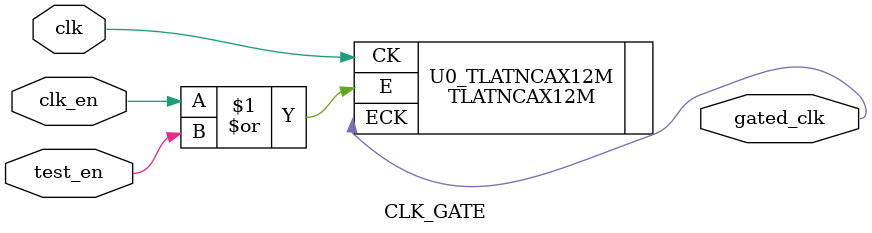
<source format=v>
module CLK_GATE (
	input  wire clk,    // Clock
	input  wire clk_en, // Clock Enable
	input  wire test_en,
	output wire gated_clk
);

/*reg latch_out;

always @(clk or clk_en) 
begin
	if(!clk) 
	begin
		latch_out <= clk_en;
	end 
end

assign gated_clk = (latch_out && clk);*/


TLATNCAX12M U0_TLATNCAX12M (
.E(clk_en|test_en),
.CK(clk),
.ECK(gated_clk)
);

endmodule
</source>
